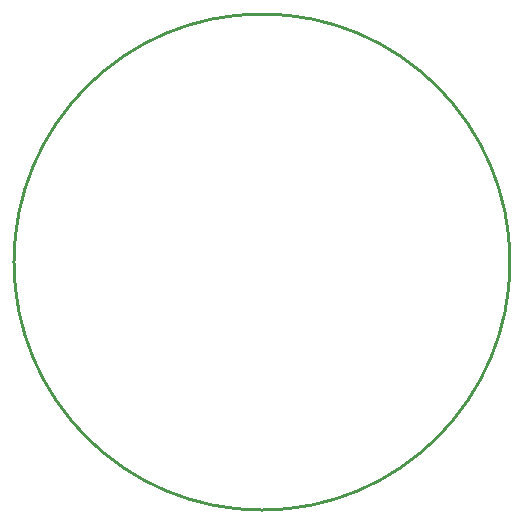
<source format=gm1>
G04*
G04 #@! TF.GenerationSoftware,Altium Limited,Altium Designer,22.10.1 (41)*
G04*
G04 Layer_Color=16711935*
%FSLAX42Y42*%
%MOMM*%
G71*
G04*
G04 #@! TF.SameCoordinates,D2B3F530-26F6-4905-BC13-EF821CD2D141*
G04*
G04*
G04 #@! TF.FilePolarity,Positive*
G04*
G01*
G75*
%ADD14C,0.25*%
D14*
X11625Y7709D02*
G03*
X11625Y7709I-2100J0D01*
G01*
M02*

</source>
